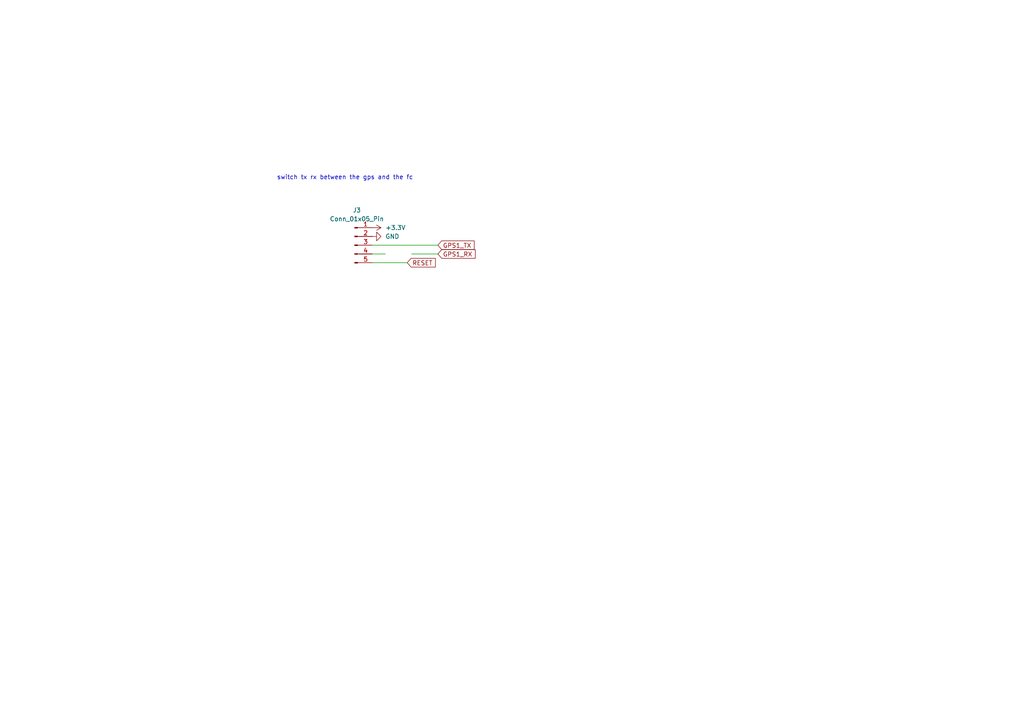
<source format=kicad_sch>
(kicad_sch (version 20250114) (generator "eeschema") (generator_version "9.0")
  (paper "A4")
  (lib_symbols
    (symbol "Connector:Conn_01x05_Pin" (pin_names (offset 1.016) (hide yes))
      (property "Reference" "J" (at 0 7.62 0))
      (property "Value" "Conn_01x05_Pin" (at 0 -7.62 0))
      (symbol "Conn_01x05_Pin_1_1"
        (rectangle (start 0.8636 5.207) (end 0 4.953) (stroke (width 0.1524)) (fill (type outline)))
        (rectangle (start 0.8636 2.667) (end 0 2.413) (stroke (width 0.1524)) (fill (type outline)))
        (rectangle (start 0.8636 0.127) (end 0 -0.127) (stroke (width 0.1524)) (fill (type outline)))
        (rectangle (start 0.8636 -2.413) (end 0 -2.667) (stroke (width 0.1524)) (fill (type outline)))
        (rectangle (start 0.8636 -4.953) (end 0 -5.207) (stroke (width 0.1524)) (fill (type outline)))
        (polyline (pts (xy 1.27 5.08) (xy 0.8636 5.08)) (stroke (width 0.1524)))
        (polyline (pts (xy 1.27 2.54) (xy 0.8636 2.54)) (stroke (width 0.1524)))
        (polyline (pts (xy 1.27 0) (xy 0.8636 0)) (stroke (width 0.1524)))
        (polyline (pts (xy 1.27 -2.54) (xy 0.8636 -2.54)) (stroke (width 0.1524)))
        (polyline (pts (xy 1.27 -5.08) (xy 0.8636 -5.08)) (stroke (width 0.1524)))
        (pin passive line (at 5.08 5.08 180) (length 3.81) (name "Pin_1") (number "1"))
        (pin passive line (at 5.08 2.54 180) (length 3.81) (name "Pin_2") (number "2"))
        (pin passive line (at 5.08 0 180) (length 3.81) (name "Pin_3") (number "3"))
        (pin passive line (at 5.08 -2.54 180) (length 3.81) (name "Pin_4") (number "4"))
        (pin passive line (at 5.08 -5.08 180) (length 3.81) (name "Pin_5") (number "5"))
      )
    )
    (symbol "power:+3.3V" (power) (pin_numbers (hide yes)) (pin_names (offset 0) (hide yes))
      (property "Value" "+3.3V" (at 0 3.556 0))
      (symbol "+3.3V_0_1"
        (polyline (pts (xy -0.762 1.27) (xy 0 2.54)))
        (polyline (pts (xy 0 2.54) (xy 0.762 1.27)))
        (polyline (pts (xy 0 0) (xy 0 2.54)))
      )
      (symbol "+3.3V_1_1"
        (pin power_in line (at 0 0 90) (length 0) (name "~") (number "1"))
      )
    )
    (symbol "power:GND" (power) (pin_numbers (hide yes)) (pin_names (offset 0) (hide yes))
      (property "Value" "GND" (at 0 -3.81 0))
      (symbol "GND_0_1"
        (polyline (pts (xy 0 0) (xy 0 -1.27) (xy 1.27 -1.27) (xy 0 -2.54) (xy -1.27 -1.27) (xy 0 -1.27)))
      )
      (symbol "GND_1_1"
        (pin power_in line (at 0 0 270) (length 0) (name "~") (number "1"))
      )
    )
  )
  (text "switch tx rx between the gps and the fc\n" (at 100.076 51.562 0) (effects (font (size 1.27 1.27))))
  (wire (pts (xy 118.11 76.2) (xy 107.95 76.2)))
  (wire (pts (xy 107.95 71.12) (xy 127 71.12)))
  (wire (pts (xy 111.76 73.66) (xy 107.95 73.66)))
  (wire (pts (xy 127 73.66) (xy 119.38 73.66)))
  (global_label "GPS1_RX" (shape input) (at 127 73.66 0) (property "Intersheetrefs" "${INTERSHEET_REFS}" (effects (hide yes))))
  (global_label "RESET" (shape input) (at 118.11 76.2 0) (property "Intersheetrefs" "${INTERSHEET_REFS}" (effects (hide yes))))
  (global_label "GPS1_TX" (shape input) (at 127 71.12 0) (property "Intersheetrefs" "${INTERSHEET_REFS}" (effects (hide yes))))
  (symbol (lib_id "power:GND") (at 107.95 68.58 90) (unit 1)
    (property "Reference" "#PWR013" (effects (hide yes)))
    (property "Value" "GND" (at 111.76 68.5799 90) (effects (justify right)))
    (property "Description" "Power symbol creates a global label with name \"GND\" , ground" (effects (hide yes)))
  )
  (symbol (lib_id "Connector:Conn_01x05_Pin") (at 102.87 71.12 0) (unit 1)
    (property "Reference" "J3" (at 103.505 60.96 0))
    (property "Value" "Conn_01x05_Pin" (at 103.505 63.5 0))
    (property "Footprint" "Library:JST_B5B-XH-A" (effects (hide yes)))
    (property "Description" "Generic connector, single row, 01x05, script generated" (effects (hide yes)))
  )
  (symbol (lib_id "power:+3.3V") (at 107.95 66.04 270) (unit 1)
    (property "Reference" "#PWR012" (effects (hide yes)))
    (property "Value" "+3.3V" (at 111.76 66.0399 90) (effects (justify left)))
    (property "Description" "Power symbol creates a global label with name \"+3.3V\"" (effects (hide yes)))
  )
)
</source>
